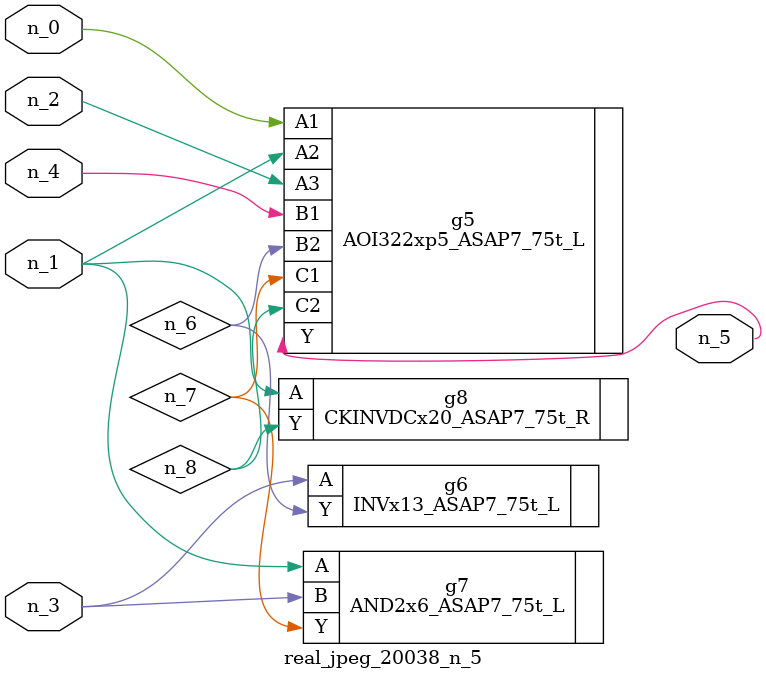
<source format=v>
module real_jpeg_20038_n_5 (n_4, n_0, n_1, n_2, n_3, n_5);

input n_4;
input n_0;
input n_1;
input n_2;
input n_3;

output n_5;

wire n_8;
wire n_6;
wire n_7;

AOI322xp5_ASAP7_75t_L g5 ( 
.A1(n_0),
.A2(n_1),
.A3(n_2),
.B1(n_4),
.B2(n_6),
.C1(n_7),
.C2(n_8),
.Y(n_5)
);

AND2x6_ASAP7_75t_L g7 ( 
.A(n_1),
.B(n_3),
.Y(n_7)
);

CKINVDCx20_ASAP7_75t_R g8 ( 
.A(n_1),
.Y(n_8)
);

INVx13_ASAP7_75t_L g6 ( 
.A(n_3),
.Y(n_6)
);


endmodule
</source>
